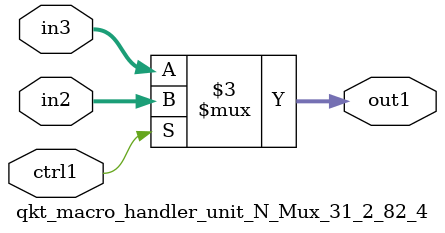
<source format=v>

`timescale 1ps / 1ps


module qkt_macro_handler_unit_N_Mux_31_2_82_4( in3, in2, ctrl1, out1 );

    input [30:0] in3;
    input [30:0] in2;
    input ctrl1;
    output [30:0] out1;
    reg [30:0] out1;

    
    // rtl_process:qkt_macro_handler_unit_N_Mux_31_2_82_4/qkt_macro_handler_unit_N_Mux_31_2_82_4_thread_1
    always @*
      begin : qkt_macro_handler_unit_N_Mux_31_2_82_4_thread_1
        case (ctrl1) 
          1'b1: 
            begin
              out1 = in2;
            end
          default: 
            begin
              out1 = in3;
            end
        endcase
      end

endmodule



</source>
